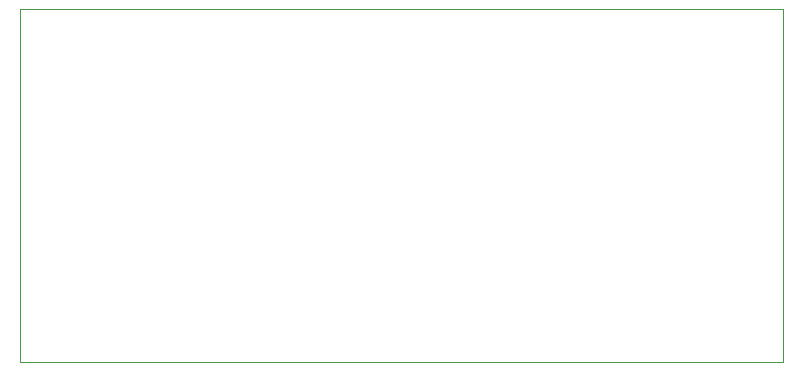
<source format=gm1>
G04 #@! TF.GenerationSoftware,KiCad,Pcbnew,6.0.6-1.fc36*
G04 #@! TF.CreationDate,2022-08-14T11:42:17+02:00*
G04 #@! TF.ProjectId,esc_brushless,6573635f-6272-4757-9368-6c6573732e6b,1.1.0*
G04 #@! TF.SameCoordinates,Original*
G04 #@! TF.FileFunction,Profile,NP*
%FSLAX46Y46*%
G04 Gerber Fmt 4.6, Leading zero omitted, Abs format (unit mm)*
G04 Created by KiCad (PCBNEW 6.0.6-1.fc36) date 2022-08-14 11:42:17*
%MOMM*%
%LPD*%
G01*
G04 APERTURE LIST*
G04 #@! TA.AperFunction,Profile*
%ADD10C,0.100000*%
G04 #@! TD*
G04 APERTURE END LIST*
D10*
X141478000Y-80645000D02*
X141478000Y-50800000D01*
X141478000Y-50800000D02*
X76835000Y-50800000D01*
X76835000Y-80645000D02*
X141478000Y-80645000D01*
X76835000Y-50800000D02*
X76835000Y-80645000D01*
M02*

</source>
